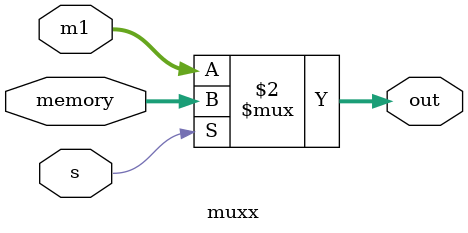
<source format=sv>
`timescale 1ns / 1ps

module muxx(
    input logic [7 :0]m1,
    input logic  [7:0] memory,
    input logic s,
    output logic [7:0] out 
    );
    
    assign out = ~s ? m1 : memory;
    
endmodule

</source>
